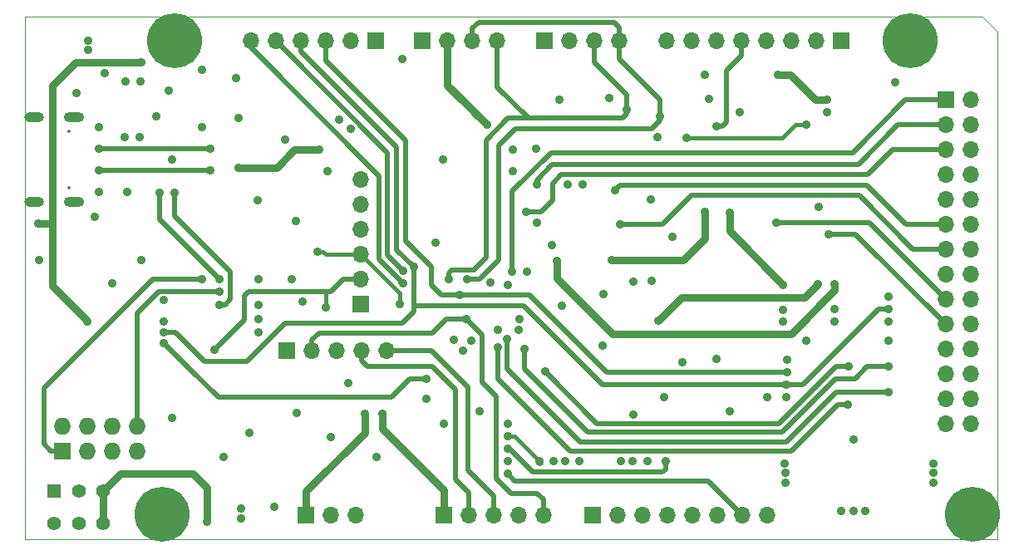
<source format=gbr>
%TF.GenerationSoftware,KiCad,Pcbnew,5.1.6-c6e7f7d~87~ubuntu18.04.1*%
%TF.CreationDate,2020-10-25T13:18:33+02:00*%
%TF.ProjectId,PSLab,50534c61-622e-46b6-9963-61645f706362,v6.1*%
%TF.SameCoordinates,Original*%
%TF.FileFunction,Copper,L2,Inr*%
%TF.FilePolarity,Positive*%
%FSLAX46Y46*%
G04 Gerber Fmt 4.6, Leading zero omitted, Abs format (unit mm)*
G04 Created by KiCad (PCBNEW 5.1.6-c6e7f7d~87~ubuntu18.04.1) date 2020-10-25 13:18:33*
%MOMM*%
%LPD*%
G01*
G04 APERTURE LIST*
%TA.AperFunction,Profile*%
%ADD10C,0.100000*%
%TD*%
%TA.AperFunction,ViaPad*%
%ADD11R,1.700000X1.700000*%
%TD*%
%TA.AperFunction,ViaPad*%
%ADD12O,1.700000X1.700000*%
%TD*%
%TA.AperFunction,ViaPad*%
%ADD13R,1.400000X1.400000*%
%TD*%
%TA.AperFunction,ViaPad*%
%ADD14C,1.400000*%
%TD*%
%TA.AperFunction,ViaPad*%
%ADD15R,1.727200X1.727200*%
%TD*%
%TA.AperFunction,ViaPad*%
%ADD16O,1.727200X1.727200*%
%TD*%
%TA.AperFunction,ViaPad*%
%ADD17O,2.100000X1.000000*%
%TD*%
%TA.AperFunction,ViaPad*%
%ADD18O,2.000000X1.000000*%
%TD*%
%TA.AperFunction,ViaPad*%
%ADD19C,5.600000*%
%TD*%
%TA.AperFunction,ViaPad*%
%ADD20C,0.914400*%
%TD*%
%TA.AperFunction,Conductor*%
%ADD21C,0.406400*%
%TD*%
%TA.AperFunction,Conductor*%
%ADD22C,0.762000*%
%TD*%
%TA.AperFunction,Conductor*%
%ADD23C,0.508000*%
%TD*%
%ADD24C,0.350000*%
%ADD25O,1.700000X0.600000*%
%ADD26O,1.600000X0.600000*%
G04 APERTURE END LIST*
D10*
X90940000Y-113580000D02*
X90940000Y-60270000D01*
X189970000Y-113580000D02*
X90940000Y-113580000D01*
X189970000Y-61790000D02*
X189970000Y-113580000D01*
X188450000Y-60270000D02*
X189970000Y-61790000D01*
X90940000Y-60270000D02*
X188450000Y-60270000D01*
D11*
%TO.N,AN8*%
%TO.C,J1*%
X184736400Y-68757600D03*
D12*
%TO.N,GND*%
X187276400Y-68757600D03*
%TO.N,SEN*%
X184736400Y-71297600D03*
%TO.N,GND*%
X187276400Y-71297600D03*
%TO.N,CAP*%
X184736400Y-73837600D03*
%TO.N,GND*%
X187276400Y-73837600D03*
%TO.N,FCin*%
X184736400Y-76377600D03*
%TO.N,GND*%
X187276400Y-76377600D03*
%TO.N,MIC*%
X184736400Y-78917600D03*
%TO.N,GND*%
X187276400Y-78917600D03*
%TO.N,CH3.GAIN*%
X184736400Y-81457600D03*
%TO.N,GND*%
X187276400Y-81457600D03*
%TO.N,CH3*%
X184736400Y-83997600D03*
%TO.N,GND*%
X187276400Y-83997600D03*
%TO.N,CH2*%
X184736400Y-86537600D03*
%TO.N,GND*%
X187276400Y-86537600D03*
%TO.N,CH1*%
X184736400Y-89077600D03*
%TO.N,GND*%
X187276400Y-89077600D03*
%TO.N,ACH1*%
X184736400Y-91617600D03*
%TO.N,GND*%
X187276400Y-91617600D03*
%TO.N,IDD*%
X184736400Y-94157600D03*
%TO.N,GND*%
X187276400Y-94157600D03*
%TO.N,IDC*%
X184736400Y-96697600D03*
%TO.N,GND*%
X187276400Y-96697600D03*
%TO.N,IDB*%
X184736400Y-99237600D03*
%TO.N,GND*%
X187276400Y-99237600D03*
%TO.N,IDA*%
X184736400Y-101777600D03*
%TO.N,GND*%
X187276400Y-101777600D03*
%TD*%
D11*
%TO.N,N/C*%
%TO.C,J3*%
X125148000Y-89611000D03*
D12*
%TO.N,+5V*%
X125148000Y-87071000D03*
%TO.N,GND*%
X125148000Y-84531000D03*
%TO.N,PGD2*%
X125148000Y-81991000D03*
%TO.N,PGC2*%
X125148000Y-79451000D03*
%TO.N,N/C*%
X125148000Y-76911000D03*
%TD*%
D11*
%TO.N,MCLR*%
%TO.C,Z1*%
X117629600Y-94335400D03*
D12*
%TO.N,3.3V*%
X120169600Y-94335400D03*
%TO.N,GND*%
X122709600Y-94335400D03*
%TO.N,PGD2*%
X125249600Y-94335400D03*
%TO.N,PGC2*%
X127789600Y-94335400D03*
%TD*%
D11*
%TO.N,3.3V*%
%TO.C,J5*%
X143850000Y-62750000D03*
D12*
%TO.N,GND*%
X146390000Y-62750000D03*
%TO.N,SCL*%
X148930000Y-62750000D03*
%TO.N,SDA*%
X151470000Y-62750000D03*
%TD*%
D11*
%TO.N,PVS1*%
%TO.C,J8*%
X174090000Y-62750000D03*
D12*
%TO.N,GND*%
X171550000Y-62750000D03*
%TO.N,PVS2*%
X169010000Y-62750000D03*
%TO.N,GND*%
X166470000Y-62750000D03*
%TO.N,PVS3*%
X163930000Y-62750000D03*
%TO.N,GND*%
X161390000Y-62750000D03*
%TO.N,PCS*%
X158850000Y-62750000D03*
%TO.N,GND*%
X156310000Y-62750000D03*
%TD*%
D11*
%TO.N,SINE1*%
%TO.C,J2*%
X148770000Y-111074000D03*
D12*
%TO.N,SINE2*%
X151310000Y-111074000D03*
%TO.N,GND*%
X153850000Y-111074000D03*
%TO.N,SQR1*%
X156390000Y-111074000D03*
%TO.N,SQR2*%
X158930000Y-111074000D03*
%TO.N,SQR3*%
X161470000Y-111074000D03*
%TO.N,SQR4*%
X164010000Y-111074000D03*
%TO.N,GND*%
X166550000Y-111074000D03*
%TD*%
D11*
%TO.N,IOut*%
%TO.C,J7*%
X133580800Y-111074000D03*
D12*
%TO.N,PGD2*%
X136120800Y-111074000D03*
%TO.N,PGC2*%
X138660800Y-111074000D03*
%TO.N,GND*%
X141200800Y-111074000D03*
%TO.N,3.3V*%
X143740800Y-111074000D03*
%TD*%
D11*
%TO.N,+5V*%
%TO.C,J10*%
X119560000Y-111074000D03*
D12*
%TO.N,Net-(F2-Pad2)*%
X122100000Y-111074000D03*
%TO.N,GND*%
X124640000Y-111074000D03*
%TD*%
D13*
%TO.N,InP*%
%TO.C,SW1*%
X93906000Y-108635600D03*
D14*
%TO.N,+5V*%
X96406000Y-108635600D03*
%TO.N,ExP*%
X98906000Y-108635600D03*
%TO.N,InP*%
X93906000Y-111935600D03*
%TO.N,+5V*%
X96406000Y-111935600D03*
%TO.N,ExP*%
X98906000Y-111935600D03*
%TD*%
D15*
%TO.N,/ERxD*%
%TO.C,J6*%
X94693400Y-104546200D03*
D16*
%TO.N,GND*%
X94693400Y-102006200D03*
%TO.N,3.3V*%
X97233400Y-104546200D03*
%TO.N,N/C*%
X97233400Y-102006200D03*
X99773400Y-104546200D03*
X99773400Y-102006200D03*
%TO.N,3.3V*%
X102313400Y-104546200D03*
%TO.N,/ETxD*%
X102313400Y-102006200D03*
%TD*%
D11*
%TO.N,GND*%
%TO.C,J4*%
X131430000Y-62750000D03*
D12*
%TO.N,3.3V*%
X133970000Y-62750000D03*
%TO.N,SDA*%
X136510000Y-62750000D03*
%TO.N,SCL*%
X139050000Y-62750000D03*
%TD*%
D11*
%TO.N,3.3V*%
%TO.C,J9*%
X126630000Y-62750000D03*
D12*
%TO.N,GND*%
X124090000Y-62750000D03*
%TO.N,SCK*%
X121550000Y-62750000D03*
%TO.N,SDO*%
X119010000Y-62750000D03*
%TO.N,SDI*%
X116470000Y-62750000D03*
%TO.N,CS*%
X113930000Y-62750000D03*
%TD*%
D17*
%TO.N,GND*%
%TO.C,SW3*%
X95945000Y-70530000D03*
X95945000Y-79170000D03*
D18*
X91865000Y-70530000D03*
X91865000Y-79170000D03*
%TD*%
D19*
%TO.N,GND*%
%TO.C,MH1*%
X104880000Y-111020000D03*
%TD*%
%TO.N,GND*%
%TO.C,MH2*%
X181090000Y-62780000D03*
%TD*%
%TO.N,GND*%
%TO.C,MH3*%
X106150000Y-62770000D03*
%TD*%
%TO.N,GND*%
%TO.C,MH4*%
X187420000Y-111010000D03*
%TD*%
D20*
%TO.N,GND*%
X162760000Y-100480000D03*
X156910000Y-82700000D03*
X170480000Y-93340000D03*
X147760000Y-77420000D03*
X155310000Y-72590000D03*
X160640000Y-68650000D03*
X97350000Y-62777200D03*
X97350000Y-63717200D03*
X173400000Y-91400000D03*
X175306000Y-103414400D03*
X175326000Y-110644400D03*
X176516000Y-110674400D03*
X174036000Y-110644400D03*
X98427190Y-78200000D03*
X105894834Y-74850000D03*
X102755000Y-85074978D03*
X92352990Y-85075000D03*
X101119600Y-72600000D03*
X112463000Y-66573200D03*
X105090000Y-89175000D03*
X112956000Y-110439000D03*
X112956000Y-111429600D03*
X136349400Y-93300000D03*
X149837510Y-88620000D03*
X129130000Y-89572494D03*
X116360000Y-110232504D03*
X112700000Y-70645004D03*
X117429998Y-72874998D03*
X178912488Y-93340000D03*
X105945600Y-101168000D03*
X133517500Y-74902500D03*
X120700000Y-84250000D03*
X124100000Y-71750000D03*
%TO.N,+5V*%
X98071600Y-80721000D03*
X96140010Y-68107510D03*
X131795218Y-99288400D03*
X156161400Y-105638400D03*
X140080000Y-104368400D03*
X137195214Y-100558400D03*
X110238200Y-94259200D03*
X125534800Y-100778400D03*
X102596060Y-72607260D03*
X101138100Y-66907500D03*
X99773400Y-87496600D03*
X121600000Y-89940000D03*
%TO.N,AVdd*%
X145600000Y-89800000D03*
X152890000Y-100890000D03*
X144640000Y-83590000D03*
X138300000Y-87420000D03*
X168520000Y-95260000D03*
X143030000Y-73800000D03*
%TO.N,V+*%
X160190000Y-66250000D03*
X163700000Y-70050000D03*
X118617400Y-100708000D03*
X114640296Y-79000000D03*
%TO.N,V-*%
X172650004Y-70050000D03*
X123837500Y-97649980D03*
X122938200Y-70798200D03*
X129395000Y-64625000D03*
%TO.N,SCK*%
X135230000Y-88650000D03*
X168519189Y-96528572D03*
X178919704Y-88850000D03*
X114690000Y-92444333D03*
%TO.N,SCL*%
X152250000Y-69800000D03*
X134060000Y-87080000D03*
X141220000Y-92240000D03*
X152834000Y-105638400D03*
%TO.N,SDA*%
X135960000Y-87060000D03*
X155600000Y-70450000D03*
X151620000Y-105638400D03*
X141260000Y-91100000D03*
%TO.N,SDO*%
X130530000Y-85800000D03*
X105090000Y-92470000D03*
X168510000Y-97790000D03*
X178919704Y-90130000D03*
%TO.N,/ID1*%
X139070000Y-94010000D03*
X174762500Y-99880904D03*
%TO.N,/ID2*%
X140010000Y-93130000D03*
X178922496Y-98579996D03*
%TO.N,/ID3*%
X141830000Y-94180000D03*
X178919700Y-95960988D03*
%TO.N,/ID4*%
X143880000Y-96440000D03*
X174804900Y-95961012D03*
%TO.N,PVS3*%
X161330000Y-71500000D03*
%TO.N,PCS*%
X179605600Y-66979600D03*
%TO.N,/ETxD*%
X110700000Y-88350000D03*
%TO.N,/ERxD*%
X108990000Y-87050000D03*
%TO.N,/MTxD*%
X110700000Y-89640000D03*
X106123400Y-78282602D03*
%TO.N,/MRxD*%
X110700000Y-87040000D03*
X104624800Y-78282602D03*
%TO.N,Net-(C11-Pad1)*%
X120924000Y-73862988D03*
X112701980Y-75702200D03*
%TO.N,VR-*%
X145390000Y-68730000D03*
X156050000Y-99050000D03*
X154720000Y-87230000D03*
%TO.N,VR+*%
X150450000Y-68620000D03*
X161335000Y-95215000D03*
X162689200Y-80314602D03*
X168120000Y-87620000D03*
X121700000Y-76050000D03*
%TO.N,Net-(R19-Pad2)*%
X167620000Y-66240000D03*
X172650000Y-68780000D03*
%TO.N,CH1out*%
X145130000Y-85220000D03*
X173400000Y-87580000D03*
%TO.N,AN8*%
X140550000Y-86300000D03*
%TO.N,MIC*%
X171807800Y-79679600D03*
%TO.N,/I/O Processing/DAC4*%
X158330000Y-72660000D03*
X170539998Y-71320000D03*
%TO.N,SQ4*%
X140080000Y-105638400D03*
X111160014Y-105206500D03*
%TO.N,PGC2*%
X118137700Y-87040000D03*
%TO.N,CH1*%
X167500000Y-81310000D03*
%TO.N,ACH1*%
X172760000Y-82460000D03*
%TO.N,CH2*%
X155420000Y-91290000D03*
X171730000Y-87560000D03*
%TO.N,CH3*%
X151538600Y-81432200D03*
%TO.N,Net-(R33-Pad2)*%
X154710000Y-78900000D03*
X152890000Y-87270000D03*
%TO.N,CS.CH2*%
X168480000Y-99050000D03*
X145925200Y-105638400D03*
%TO.N,CS.CH1*%
X144807600Y-105638400D03*
X178919704Y-91389000D03*
%TO.N,Net-(R14-Pad2)*%
X160190000Y-80170000D03*
X150660000Y-85140000D03*
%TO.N,PGD2*%
X119220000Y-89360000D03*
%TO.N,SINE1*%
X113759986Y-102747500D03*
%TO.N,SQ3*%
X126760000Y-105206484D03*
X140080000Y-101828400D03*
%TO.N,SINE2*%
X122059986Y-103155000D03*
%TO.N,CH3.GAIN*%
X151020000Y-77990000D03*
%TO.N,FCin*%
X149786000Y-93827400D03*
%TO.N,MCLR*%
X140070000Y-87630000D03*
X140590000Y-73810000D03*
%TO.N,SQR4*%
X140080000Y-106908400D03*
%TO.N,SQR3*%
X143334400Y-105638400D03*
X140080000Y-103098400D03*
%TO.N,SQR1*%
X133631602Y-101828400D03*
%TO.N,SEN*%
X143040000Y-77390000D03*
%TO.N,CAP*%
X141980000Y-80180000D03*
%TO.N,RxD*%
X114712855Y-87040000D03*
X134650000Y-93250000D03*
%TO.N,TxD*%
X114690000Y-89640000D03*
X135550000Y-94350000D03*
%TO.N,SDI*%
X129430000Y-86200000D03*
X114690000Y-91135000D03*
%TO.N,3.3V*%
X143070000Y-81270000D03*
X140610000Y-76020000D03*
X135870000Y-91120000D03*
X137990000Y-71320000D03*
X132770000Y-83310000D03*
X105090000Y-91370000D03*
X102760000Y-64920000D03*
X92280400Y-81406728D03*
X108993600Y-71551598D03*
X97309612Y-91363574D03*
X108960000Y-65710000D03*
%TO.N,D-*%
X98442400Y-73750000D03*
X109806400Y-73736000D03*
%TO.N,D+*%
X98442406Y-75950000D03*
X109806400Y-75983585D03*
%TO.N,CS.CH3*%
X105090000Y-93580000D03*
X131802800Y-97256402D03*
%TO.N,CS*%
X129430000Y-87500000D03*
%TO.N,Net-(BT1-Pad1)*%
X183454800Y-106792000D03*
X168356400Y-107772000D03*
X183444800Y-107772000D03*
X168346400Y-105812000D03*
X183434800Y-105812000D03*
X168356400Y-106792000D03*
%TO.N,ExP*%
X109500011Y-111757511D03*
%TO.N,InP*%
X99040000Y-66040016D03*
%TO.N,Net-(TP3-Pad1)*%
X154370000Y-105638400D03*
%TO.N,IOut*%
X139070000Y-92240000D03*
X127363600Y-100778400D03*
%TO.N,/USBC/VBus*%
X98445700Y-71530300D03*
X101326060Y-78185100D03*
%TO.N,RGB*%
X142057500Y-86300400D03*
X118520000Y-81140000D03*
%TO.N,Net-(R16-Pad2)*%
X168150000Y-91410000D03*
X146200000Y-77420000D03*
X157890000Y-95500000D03*
%TO.N,Net-(R28-Pad1)*%
X166490000Y-99040000D03*
X147423802Y-105638400D03*
%TO.N,/UARTBridge/UARTReset*%
X104320000Y-70427500D03*
%TO.N,/UARTBridge/VBusSense*%
X105583100Y-67809200D03*
X102713000Y-66907500D03*
%TO.N,Net-(U13-Pad3)*%
X168170000Y-90160000D03*
X173400000Y-90120000D03*
%TD*%
D21*
%TO.N,GND*%
X129130000Y-88513000D02*
X129130000Y-89572494D01*
X125148000Y-84531000D02*
X129130000Y-88513000D01*
X120700000Y-84250000D02*
X121248000Y-84250000D01*
X121529000Y-84531000D02*
X125148000Y-84531000D01*
X121248000Y-84250000D02*
X121529000Y-84531000D01*
D22*
%TO.N,+5V*%
X124890000Y-86830000D02*
X125170000Y-87110000D01*
X125100000Y-87040000D02*
X125170000Y-87110000D01*
D23*
X156161400Y-106425800D02*
X156161400Y-105689200D01*
X155856600Y-106730600D02*
X156161400Y-106425800D01*
X140286404Y-104368400D02*
X142648604Y-106730600D01*
X142648604Y-106730600D02*
X155856600Y-106730600D01*
X125148000Y-87071000D02*
X123344600Y-87071000D01*
X123344600Y-87071000D02*
X122049200Y-88366400D01*
D22*
X125534800Y-100778400D02*
X125534800Y-102708800D01*
X119560000Y-108683600D02*
X119560000Y-111074000D01*
X125534800Y-102708800D02*
X119560000Y-108683600D01*
D23*
X122049200Y-88366400D02*
X121526400Y-88366400D01*
X113286200Y-91211200D02*
X110238200Y-94259200D01*
X113286200Y-88772800D02*
X113286200Y-91211200D01*
X113692600Y-88366400D02*
X113286200Y-88772800D01*
X121526400Y-88366400D02*
X122073600Y-88366400D01*
X122073600Y-88366400D02*
X113692600Y-88366400D01*
D21*
X121600000Y-88440000D02*
X121526400Y-88366400D01*
X121600000Y-89940000D02*
X121600000Y-88440000D01*
D23*
%TO.N,SCK*%
X130830000Y-84300000D02*
X132330000Y-85800000D01*
X135230000Y-88650000D02*
X133330000Y-88650000D01*
X133330000Y-88650000D02*
X132330000Y-87650000D01*
X132330000Y-87650000D02*
X132330000Y-85800000D01*
X142280000Y-88650000D02*
X135230000Y-88650000D01*
D21*
X168511428Y-96528572D02*
X168519189Y-96528572D01*
D23*
X168519189Y-96528572D02*
X150158572Y-96528572D01*
X150158572Y-96528572D02*
X142280000Y-88650000D01*
X129680000Y-72930000D02*
X129680000Y-83150000D01*
X121550000Y-62750000D02*
X121550000Y-64800000D01*
X129680000Y-83150000D02*
X132330000Y-85800000D01*
X121550000Y-64800000D02*
X129680000Y-72930000D01*
D21*
%TO.N,SCL*%
X134390000Y-86110000D02*
X136630000Y-86110000D01*
D23*
X134383422Y-86110000D02*
X134390000Y-86110000D01*
X134060000Y-86433422D02*
X134383422Y-86110000D01*
X134060000Y-87080000D02*
X134060000Y-86433422D01*
X134383422Y-86110000D02*
X136630000Y-86110000D01*
X148930000Y-64970000D02*
X148930000Y-62750000D01*
X152250000Y-68290000D02*
X148930000Y-64970000D01*
X152250000Y-69800000D02*
X152250000Y-68290000D01*
X139050000Y-67470000D02*
X142220000Y-70640000D01*
X139050000Y-62750000D02*
X139050000Y-67470000D01*
X140150000Y-70640000D02*
X142220000Y-70640000D01*
X137910000Y-72880000D02*
X140150000Y-70640000D01*
X136630000Y-86110000D02*
X137910000Y-84830000D01*
X137910000Y-84830000D02*
X137910000Y-72880000D01*
X152250000Y-70190000D02*
X152250000Y-69800000D01*
X142220000Y-70640000D02*
X151800000Y-70640000D01*
X151800000Y-70640000D02*
X152250000Y-70190000D01*
%TO.N,SDA*%
X155550000Y-70450000D02*
X155600000Y-70450000D01*
X155600000Y-70500000D02*
X155600000Y-70450000D01*
X155600000Y-69803422D02*
X155600000Y-70450000D01*
X155600000Y-68780000D02*
X155600000Y-70450000D01*
X151470000Y-64650000D02*
X155600000Y-68780000D01*
X151470000Y-62750000D02*
X151470000Y-64650000D01*
X151470000Y-61410000D02*
X151470000Y-62750000D01*
X137120400Y-60900000D02*
X150960000Y-60900000D01*
X150960000Y-60900000D02*
X151470000Y-61410000D01*
X136510000Y-62750000D02*
X136510000Y-61510400D01*
X136510000Y-61510400D02*
X137120400Y-60900000D01*
X137270000Y-87060000D02*
X135960000Y-87060000D01*
X155600000Y-70850000D02*
X154727201Y-71722799D01*
X155600000Y-70450000D02*
X155600000Y-70850000D01*
X140907201Y-71722799D02*
X139210000Y-73420000D01*
X139210000Y-73420000D02*
X139210000Y-85120000D01*
X154727201Y-71722799D02*
X140907201Y-71722799D01*
X139210000Y-85120000D02*
X137270000Y-87060000D01*
%TO.N,SDO*%
X168510000Y-97820000D02*
X168510000Y-97790000D01*
X170182000Y-97790000D02*
X168510000Y-97790000D01*
X178919704Y-90130000D02*
X177842000Y-90130000D01*
X177842000Y-90130000D02*
X170182000Y-97790000D01*
X141760000Y-89750000D02*
X149800000Y-97790000D01*
X130530000Y-85800000D02*
X130530000Y-89750000D01*
X149800000Y-97790000D02*
X168510000Y-97790000D01*
X130530000Y-89750000D02*
X141760000Y-89750000D01*
X130530000Y-90375800D02*
X130530000Y-85800000D01*
X106239200Y-92470000D02*
X109196800Y-95427600D01*
X109196800Y-95427600D02*
X113540200Y-95427600D01*
X105090000Y-92470000D02*
X106239200Y-92470000D01*
X113540200Y-95427600D02*
X117451800Y-91516000D01*
X117451800Y-91516000D02*
X129389800Y-91516000D01*
X129389800Y-91516000D02*
X130530000Y-90375800D01*
X130510000Y-85800000D02*
X130530000Y-85800000D01*
X128780000Y-73610000D02*
X128780000Y-84070000D01*
X119010000Y-62750000D02*
X119010000Y-63840000D01*
X128780000Y-84070000D02*
X130510000Y-85800000D01*
X119010000Y-63840000D02*
X128780000Y-73610000D01*
%TO.N,/ID1*%
X173704496Y-99880904D02*
X174762500Y-99880904D01*
X146466099Y-104604499D02*
X168980901Y-104604499D01*
X168980901Y-104604499D02*
X173704496Y-99880904D01*
X139070000Y-94010000D02*
X139070000Y-97208400D01*
X139070000Y-97208400D02*
X146466099Y-104604499D01*
%TO.N,/ID2*%
X140010000Y-96167200D02*
X147452800Y-103610000D01*
X140010000Y-93130000D02*
X140010000Y-96167200D01*
X147452800Y-103610000D02*
X168490622Y-103610000D01*
X173520626Y-98579996D02*
X178922496Y-98579996D01*
X168490622Y-103610000D02*
X173520626Y-98579996D01*
%TO.N,/ID3*%
X176710012Y-95960988D02*
X178919700Y-95960988D01*
X141830000Y-96209200D02*
X148250800Y-102630000D01*
X141830000Y-94180000D02*
X141830000Y-96209200D01*
X148250800Y-102630000D02*
X168085200Y-102630000D01*
X168085200Y-102630000D02*
X173509600Y-97205600D01*
X175465400Y-97205600D02*
X176710012Y-95960988D01*
X173509600Y-97205600D02*
X175465400Y-97205600D01*
%TO.N,/ID4*%
X143880000Y-96440000D02*
X149197201Y-101757201D01*
X173534988Y-95961012D02*
X174804900Y-95961012D01*
X149197201Y-101757201D02*
X167738799Y-101757201D01*
X167738799Y-101757201D02*
X173534988Y-95961012D01*
%TO.N,PVS3*%
X161920000Y-71500000D02*
X162400000Y-71020000D01*
X161330000Y-71500000D02*
X161920000Y-71500000D01*
X162400000Y-71020000D02*
X162400000Y-65800000D01*
X162400000Y-65800000D02*
X163930000Y-64270000D01*
X163930000Y-64270000D02*
X163930000Y-62750000D01*
D21*
%TO.N,/ETxD*%
X110700000Y-88350000D02*
X110501200Y-88350000D01*
D23*
X110657799Y-88307799D02*
X110700000Y-88350000D01*
X104528201Y-88307799D02*
X110657799Y-88307799D01*
X102313400Y-102006200D02*
X102313400Y-90522600D01*
X102313400Y-90522600D02*
X104528201Y-88307799D01*
%TO.N,/ERxD*%
X92850000Y-103820000D02*
X92850000Y-98120000D01*
X94693400Y-104546200D02*
X93576200Y-104546200D01*
X103920000Y-87050000D02*
X108990000Y-87050000D01*
X92850000Y-98120000D02*
X103920000Y-87050000D01*
X93576200Y-104546200D02*
X92850000Y-103820000D01*
%TO.N,/MTxD*%
X111838400Y-89128400D02*
X111326800Y-89640000D01*
X111838400Y-86309000D02*
X111838400Y-89128400D01*
X111326800Y-89640000D02*
X110700000Y-89640000D01*
X106123400Y-78282602D02*
X106123400Y-80594000D01*
X106123400Y-80594000D02*
X111838400Y-86309000D01*
%TO.N,/MRxD*%
X104624800Y-80964800D02*
X104624800Y-78282602D01*
X110700000Y-87040000D02*
X104624800Y-80964800D01*
D22*
%TO.N,Net-(C11-Pad1)*%
X116552400Y-75702200D02*
X112701980Y-75702200D01*
X120924000Y-73862988D02*
X118391612Y-73862988D01*
X118391612Y-73862988D02*
X116552400Y-75702200D01*
D21*
%TO.N,VR+*%
X162613002Y-80314602D02*
X162689200Y-80314602D01*
D22*
X162689200Y-82189200D02*
X162689200Y-80314602D01*
X168120000Y-87620000D02*
X162689200Y-82189200D01*
%TO.N,Net-(R19-Pad2)*%
X171460000Y-68780000D02*
X172650000Y-68780000D01*
X168920000Y-66240000D02*
X171460000Y-68780000D01*
X167620000Y-66240000D02*
X168920000Y-66240000D01*
%TO.N,CH1out*%
X168956600Y-92640000D02*
X173400000Y-88196600D01*
X150820000Y-92640000D02*
X168956600Y-92640000D01*
X173400000Y-88196600D02*
X173400000Y-87580000D01*
X145130000Y-85220000D02*
X145130000Y-86950000D01*
X145130000Y-86950000D02*
X150820000Y-92640000D01*
D23*
%TO.N,AN8*%
X140550000Y-78120000D02*
X140550000Y-86300000D01*
X175210000Y-74160000D02*
X144510000Y-74160000D01*
X144510000Y-74160000D02*
X140550000Y-78120000D01*
X184736400Y-68757600D02*
X180612400Y-68757600D01*
X180612400Y-68757600D02*
X175210000Y-74160000D01*
D21*
%TO.N,/I/O Processing/DAC4*%
X169372400Y-71320000D02*
X170539998Y-71320000D01*
X158330000Y-72660000D02*
X168032400Y-72660000D01*
X168032400Y-72660000D02*
X169372400Y-71320000D01*
D23*
%TO.N,PGC2*%
X132336200Y-94335400D02*
X127789600Y-94335400D01*
X136044600Y-98043800D02*
X132336200Y-94335400D01*
X136044600Y-106527400D02*
X136044600Y-98043800D01*
X138660800Y-111074000D02*
X138660800Y-109143600D01*
X138660800Y-109143600D02*
X136044600Y-106527400D01*
%TO.N,CH1*%
X176943200Y-81310000D02*
X184890000Y-89256800D01*
X167500000Y-81310000D02*
X176943200Y-81310000D01*
D21*
%TO.N,ACH1*%
X172760000Y-82460000D02*
X172840000Y-82540000D01*
D23*
X184868144Y-91796800D02*
X184890000Y-91796800D01*
X175531344Y-82460000D02*
X184868144Y-91796800D01*
X172760000Y-82460000D02*
X175531344Y-82460000D01*
D22*
%TO.N,CH2*%
X170360000Y-88930000D02*
X171730000Y-87560000D01*
X155420000Y-91290000D02*
X157780000Y-88930000D01*
X157780000Y-88930000D02*
X170360000Y-88930000D01*
D23*
%TO.N,CH3*%
X155887800Y-81432200D02*
X151538600Y-81432200D01*
X175896000Y-78510000D02*
X158810000Y-78510000D01*
X158810000Y-78510000D02*
X155887800Y-81432200D01*
X181383600Y-83997600D02*
X175896000Y-78510000D01*
X184890000Y-84176800D02*
X184710800Y-83997600D01*
X184710800Y-83997600D02*
X181383600Y-83997600D01*
D22*
%TO.N,Net-(R14-Pad2)*%
X150680000Y-85120000D02*
X157950000Y-85120000D01*
X157950000Y-85120000D02*
X160190000Y-82880000D01*
X160190000Y-82880000D02*
X160190000Y-80170000D01*
D21*
X150660000Y-85140000D02*
X150680000Y-85120000D01*
D23*
%TO.N,PGD2*%
X136120800Y-108813400D02*
X136120800Y-111074000D01*
X125249600Y-95376800D02*
X125833800Y-95961000D01*
X125249600Y-94335400D02*
X125249600Y-95376800D01*
X134749200Y-98323200D02*
X134749200Y-107441800D01*
X125833800Y-95961000D02*
X132387000Y-95961000D01*
X134749200Y-107441800D02*
X136120800Y-108813400D01*
X132387000Y-95961000D02*
X134749200Y-98323200D01*
%TO.N,CH3.GAIN*%
X176650000Y-77460000D02*
X151550000Y-77460000D01*
X151550000Y-77460000D02*
X151020000Y-77990000D01*
X184890000Y-81636800D02*
X184710800Y-81457600D01*
X180647600Y-81457600D02*
X176650000Y-77460000D01*
X184710800Y-81457600D02*
X180647600Y-81457600D01*
%TO.N,SQR4*%
X140791199Y-107619599D02*
X140080000Y-106908400D01*
X164010000Y-111074000D02*
X160555599Y-107619599D01*
X160555599Y-107619599D02*
X140791199Y-107619599D01*
D22*
%TO.N,SQR3*%
X143334400Y-105685598D02*
X143334400Y-105638401D01*
D21*
X140794400Y-103098400D02*
X140134000Y-103098400D01*
X143334400Y-105638401D02*
X143334400Y-105638400D01*
X143334400Y-105638400D02*
X140794400Y-103098400D01*
D23*
%TO.N,SEN*%
X143040000Y-76950000D02*
X143040000Y-77390000D01*
X144640000Y-75350000D02*
X143040000Y-76950000D01*
X175807200Y-75350000D02*
X144640000Y-75350000D01*
X184736400Y-71297600D02*
X179859600Y-71297600D01*
X179859600Y-71297600D02*
X175807200Y-75350000D01*
%TO.N,CAP*%
X144660000Y-78980000D02*
X143460000Y-80180000D01*
X184710800Y-73837600D02*
X179300800Y-73837600D01*
X143460000Y-80180000D02*
X141980000Y-80180000D01*
X184890000Y-74016800D02*
X184710800Y-73837600D01*
X176748400Y-76390000D02*
X145550000Y-76390000D01*
X179300800Y-73837600D02*
X176748400Y-76390000D01*
X145550000Y-76390000D02*
X144660000Y-77280000D01*
X144660000Y-77280000D02*
X144660000Y-78980000D01*
%TO.N,SDI*%
X127855000Y-74165000D02*
X127855000Y-84625000D01*
X116470000Y-62750000D02*
X116470000Y-62780000D01*
X127855000Y-84625000D02*
X129430000Y-86200000D01*
X116470000Y-62780000D02*
X127855000Y-74165000D01*
D22*
%TO.N,3.3V*%
X136670000Y-70000000D02*
X137990000Y-71320000D01*
X135645000Y-68975000D02*
X137990000Y-71320000D01*
X137990000Y-71320000D02*
X134260000Y-67590000D01*
X133970000Y-67300000D02*
X137990000Y-71320000D01*
X133970000Y-62750000D02*
X133970000Y-67300000D01*
D23*
X137489715Y-96649485D02*
X137489715Y-92739715D01*
X137489715Y-92739715D02*
X135870000Y-91120000D01*
X93626528Y-81406728D02*
X93702800Y-81483000D01*
D22*
X93702800Y-67335200D02*
X96118000Y-64920000D01*
X96118000Y-64920000D02*
X102760000Y-64920000D01*
X93601272Y-81406728D02*
X93702800Y-81305200D01*
X92280400Y-81406728D02*
X93601272Y-81406728D01*
X93702800Y-83641994D02*
X93702800Y-81305200D01*
X93702800Y-81305200D02*
X93702800Y-67335200D01*
X97258806Y-91312768D02*
X97309612Y-91363574D01*
X93702800Y-83641994D02*
X93702800Y-87756762D01*
X93702800Y-87756762D02*
X97258806Y-91312768D01*
D23*
X143740800Y-109524600D02*
X143740800Y-111074000D01*
X137489715Y-97533115D02*
X138965600Y-99009000D01*
X137489715Y-96649485D02*
X137489715Y-97533115D01*
X138965600Y-99009000D02*
X138965600Y-107365600D01*
X138965600Y-107365600D02*
X140489600Y-108889600D01*
X140489600Y-108889600D02*
X143105800Y-108889600D01*
X143105800Y-108889600D02*
X143740800Y-109524600D01*
X133875200Y-91120000D02*
X135870000Y-91120000D01*
X132412400Y-92582800D02*
X133875200Y-91120000D01*
X120169600Y-94335400D02*
X120169600Y-93268600D01*
X120855400Y-92582800D02*
X132412400Y-92582800D01*
X120169600Y-93268600D02*
X120855400Y-92582800D01*
%TO.N,D-*%
X98442400Y-73750000D02*
X109792400Y-73750000D01*
X109792400Y-73750000D02*
X109806400Y-73736000D01*
%TO.N,D+*%
X98475991Y-75983585D02*
X109890265Y-75983585D01*
X98442406Y-75950000D02*
X98475991Y-75983585D01*
%TO.N,CS.CH3*%
X105090000Y-93580000D02*
X107623400Y-96113400D01*
X131802800Y-97256402D02*
X130100998Y-97256402D01*
X130100998Y-97256402D02*
X128246800Y-99110600D01*
X110620600Y-99110600D02*
X107623400Y-96113400D01*
X128246800Y-99110600D02*
X110620600Y-99110600D01*
%TO.N,CS*%
X129230000Y-87500000D02*
X129430000Y-87500000D01*
X113930000Y-63470000D02*
X113930000Y-62750000D01*
X126980000Y-76520000D02*
X113930000Y-63470000D01*
X129430000Y-87500000D02*
X126980000Y-85050000D01*
X126980000Y-85050000D02*
X126980000Y-76520000D01*
D22*
%TO.N,ExP*%
X98906000Y-108635600D02*
X98906000Y-111935600D01*
X109500011Y-108329211D02*
X109500011Y-111757511D01*
X100684000Y-106857600D02*
X108028400Y-106857600D01*
X108028400Y-106857600D02*
X109500011Y-108329211D01*
X98906000Y-108635600D02*
X100684000Y-106857600D01*
%TO.N,IOut*%
X127363600Y-102314000D02*
X133580800Y-108531200D01*
X127363600Y-100778400D02*
X127363600Y-102314000D01*
X133580800Y-111074000D02*
X133580800Y-108531200D01*
%TD*%
D24*
X162760000Y-100480000D03*
X156910000Y-82700000D03*
X170480000Y-93340000D03*
X147760000Y-77420000D03*
X155310000Y-72590000D03*
X160640000Y-68650000D03*
X97350000Y-62777200D03*
X97350000Y-63717200D03*
X173400000Y-91400000D03*
X175306000Y-103414400D03*
X175326000Y-110644400D03*
X176516000Y-110674400D03*
X174036000Y-110644400D03*
X98427190Y-78200000D03*
X105894834Y-74850000D03*
X102755000Y-85074978D03*
X92352990Y-85075000D03*
X101119600Y-72600000D03*
X112463000Y-66573200D03*
X105090000Y-89175000D03*
X112956000Y-110439000D03*
X112956000Y-111429600D03*
X136349400Y-93300000D03*
X149837510Y-88620000D03*
X129130000Y-89572494D03*
X116360000Y-110232504D03*
X112700000Y-70645004D03*
X117429998Y-72874998D03*
X178912488Y-93340000D03*
X105945600Y-101168000D03*
X133517500Y-74902500D03*
X120700000Y-84250000D03*
X124100000Y-71750000D03*
X98071600Y-80721000D03*
X96140010Y-68107510D03*
X131795218Y-99288400D03*
X156161400Y-105638400D03*
X140080000Y-104368400D03*
X137195214Y-100558400D03*
X110238200Y-94259200D03*
X125534800Y-100778400D03*
X102596060Y-72607260D03*
X101138100Y-66907500D03*
X99773400Y-87496600D03*
X121600000Y-89940000D03*
X145600000Y-89800000D03*
X152890000Y-100890000D03*
X144640000Y-83590000D03*
X138300000Y-87420000D03*
X168520000Y-95260000D03*
X143030000Y-73800000D03*
X160190000Y-66250000D03*
X163700000Y-70050000D03*
X118617400Y-100708000D03*
X114640296Y-79000000D03*
X172650004Y-70050000D03*
X123837500Y-97649980D03*
X122938200Y-70798200D03*
X129395000Y-64625000D03*
X135230000Y-88650000D03*
X168519189Y-96528572D03*
X178919704Y-88850000D03*
X114690000Y-92444333D03*
X152250000Y-69800000D03*
X134060000Y-87080000D03*
X141220000Y-92240000D03*
X152834000Y-105638400D03*
X135960000Y-87060000D03*
X155600000Y-70450000D03*
X151620000Y-105638400D03*
X141260000Y-91100000D03*
X130530000Y-85800000D03*
X105090000Y-92470000D03*
X168510000Y-97790000D03*
X178919704Y-90130000D03*
X139070000Y-94010000D03*
X174762500Y-99880904D03*
X140010000Y-93130000D03*
X178922496Y-98579996D03*
X141830000Y-94180000D03*
X178919700Y-95960988D03*
X143880000Y-96440000D03*
X174804900Y-95961012D03*
X161330000Y-71500000D03*
X179605600Y-66979600D03*
X110700000Y-88350000D03*
X108990000Y-87050000D03*
X110700000Y-89640000D03*
X106123400Y-78282602D03*
X110700000Y-87040000D03*
X104624800Y-78282602D03*
X120924000Y-73862988D03*
X112701980Y-75702200D03*
X145390000Y-68730000D03*
X156050000Y-99050000D03*
X154720000Y-87230000D03*
X150450000Y-68620000D03*
X161335000Y-95215000D03*
X162689200Y-80314602D03*
X168120000Y-87620000D03*
X121700000Y-76050000D03*
X167620000Y-66240000D03*
X172650000Y-68780000D03*
X145130000Y-85220000D03*
X173400000Y-87580000D03*
X140550000Y-86300000D03*
X171807800Y-79679600D03*
X158330000Y-72660000D03*
X170539998Y-71320000D03*
X140080000Y-105638400D03*
X111160014Y-105206500D03*
X118137700Y-87040000D03*
X167500000Y-81310000D03*
X172760000Y-82460000D03*
X155420000Y-91290000D03*
X171730000Y-87560000D03*
X151538600Y-81432200D03*
X154710000Y-78900000D03*
X152890000Y-87270000D03*
X168480000Y-99050000D03*
X145925200Y-105638400D03*
X144807600Y-105638400D03*
X178919704Y-91389000D03*
X160190000Y-80170000D03*
X150660000Y-85140000D03*
X119220000Y-89360000D03*
X113759986Y-102747500D03*
X126760000Y-105206484D03*
X140080000Y-101828400D03*
X122059986Y-103155000D03*
X151020000Y-77990000D03*
X149786000Y-93827400D03*
X140070000Y-87630000D03*
X140590000Y-73810000D03*
X140080000Y-106908400D03*
X143334400Y-105638400D03*
X140080000Y-103098400D03*
X133631602Y-101828400D03*
X143040000Y-77390000D03*
X141980000Y-80180000D03*
X114712855Y-87040000D03*
X134650000Y-93250000D03*
X114690000Y-89640000D03*
X135550000Y-94350000D03*
X129430000Y-86200000D03*
X114690000Y-91135000D03*
X143070000Y-81270000D03*
X140610000Y-76020000D03*
X135870000Y-91120000D03*
X137990000Y-71320000D03*
X132770000Y-83310000D03*
X105090000Y-91370000D03*
X102760000Y-64920000D03*
X92280400Y-81406728D03*
X108993600Y-71551598D03*
X97309612Y-91363574D03*
X108960000Y-65710000D03*
X98442400Y-73750000D03*
X109806400Y-73736000D03*
X98442406Y-75950000D03*
X109806400Y-75983585D03*
X105090000Y-93580000D03*
X131802800Y-97256402D03*
X129430000Y-87500000D03*
X183454800Y-106792000D03*
X168356400Y-107772000D03*
X183444800Y-107772000D03*
X168346400Y-105812000D03*
X183434800Y-105812000D03*
X168356400Y-106792000D03*
X109500011Y-111757511D03*
X99040000Y-66040016D03*
X154370000Y-105638400D03*
X139070000Y-92240000D03*
X127363600Y-100778400D03*
X98445700Y-71530300D03*
X101326060Y-78185100D03*
X142057500Y-86300400D03*
X118520000Y-81140000D03*
X168150000Y-91410000D03*
X146200000Y-77420000D03*
X157890000Y-95500000D03*
X166490000Y-99040000D03*
X147423802Y-105638400D03*
X104320000Y-70427500D03*
X105583100Y-67809200D03*
X102713000Y-66907500D03*
X168170000Y-90160000D03*
X173400000Y-90120000D03*
X184736400Y-68757600D03*
X187276400Y-68757600D03*
X184736400Y-71297600D03*
X187276400Y-71297600D03*
X184736400Y-73837600D03*
X187276400Y-73837600D03*
X184736400Y-76377600D03*
X187276400Y-76377600D03*
X184736400Y-78917600D03*
X187276400Y-78917600D03*
X184736400Y-81457600D03*
X187276400Y-81457600D03*
X184736400Y-83997600D03*
X187276400Y-83997600D03*
X184736400Y-86537600D03*
X187276400Y-86537600D03*
X184736400Y-89077600D03*
X187276400Y-89077600D03*
X184736400Y-91617600D03*
X187276400Y-91617600D03*
X184736400Y-94157600D03*
X187276400Y-94157600D03*
X184736400Y-96697600D03*
X187276400Y-96697600D03*
X184736400Y-99237600D03*
X187276400Y-99237600D03*
X184736400Y-101777600D03*
X187276400Y-101777600D03*
X125148000Y-89611000D03*
X125148000Y-87071000D03*
X125148000Y-84531000D03*
X125148000Y-81991000D03*
X125148000Y-79451000D03*
X125148000Y-76911000D03*
X117629600Y-94335400D03*
X120169600Y-94335400D03*
X122709600Y-94335400D03*
X125249600Y-94335400D03*
X127789600Y-94335400D03*
X143850000Y-62750000D03*
X146390000Y-62750000D03*
X148930000Y-62750000D03*
X151470000Y-62750000D03*
X174090000Y-62750000D03*
X171550000Y-62750000D03*
X169010000Y-62750000D03*
X166470000Y-62750000D03*
X163930000Y-62750000D03*
X161390000Y-62750000D03*
X158850000Y-62750000D03*
X156310000Y-62750000D03*
X148770000Y-111074000D03*
X151310000Y-111074000D03*
X153850000Y-111074000D03*
X156390000Y-111074000D03*
X158930000Y-111074000D03*
X161470000Y-111074000D03*
X164010000Y-111074000D03*
X166550000Y-111074000D03*
X133580800Y-111074000D03*
X136120800Y-111074000D03*
X138660800Y-111074000D03*
X141200800Y-111074000D03*
X143740800Y-111074000D03*
X119560000Y-111074000D03*
X122100000Y-111074000D03*
X124640000Y-111074000D03*
X93906000Y-108635600D03*
X96406000Y-108635600D03*
X98906000Y-108635600D03*
X93906000Y-111935600D03*
X96406000Y-111935600D03*
X98906000Y-111935600D03*
X94693400Y-104546200D03*
X94693400Y-102006200D03*
X97233400Y-104546200D03*
X97233400Y-102006200D03*
X99773400Y-104546200D03*
X99773400Y-102006200D03*
X102313400Y-104546200D03*
X102313400Y-102006200D03*
X131430000Y-62750000D03*
X133970000Y-62750000D03*
X136510000Y-62750000D03*
X139050000Y-62750000D03*
X126630000Y-62750000D03*
X124090000Y-62750000D03*
X121550000Y-62750000D03*
X119010000Y-62750000D03*
X116470000Y-62750000D03*
X113930000Y-62750000D03*
D25*
X95945000Y-70530000D03*
X95945000Y-79170000D03*
D26*
X91865000Y-70530000D03*
X91865000Y-79170000D03*
D24*
X95445000Y-77740000D03*
X95445000Y-71960000D03*
X104880000Y-111020000D03*
X181090000Y-62780000D03*
X106150000Y-62770000D03*
X187420000Y-111010000D03*
M02*

</source>
